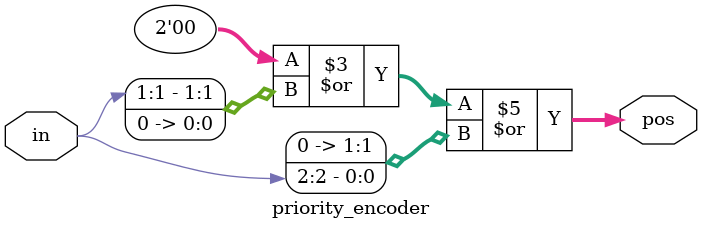
<source format=v>
module priority_encoder( 
input [2:0] in,
output reg [1:0] pos ); 
// When sel=1, assign b to out
assign pos[1:0] = ( (in[0] << 2) | (in[1] << 1) | (in[2] << 0) );
endmodule

</source>
